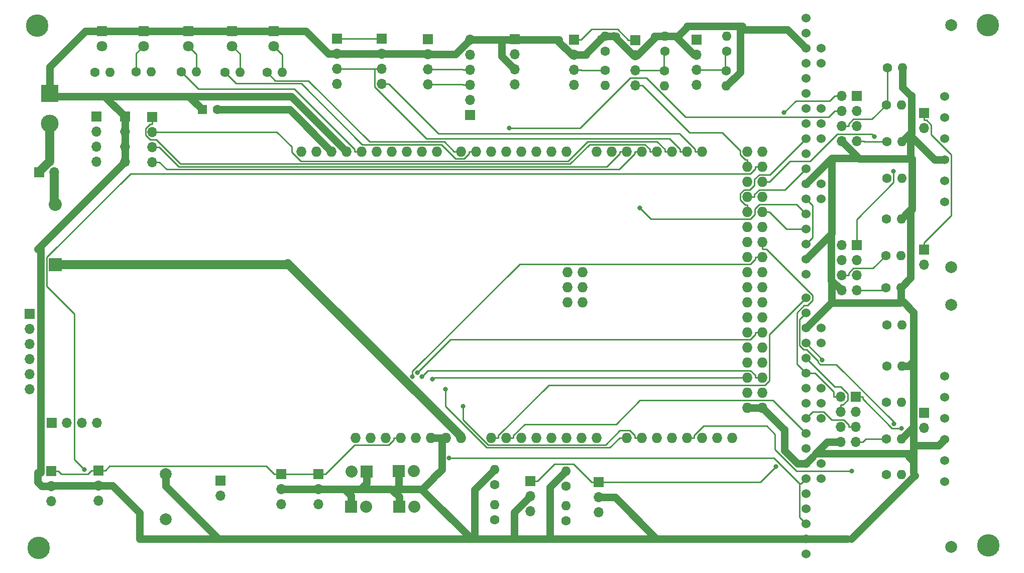
<source format=gbr>
%TF.GenerationSoftware,KiCad,Pcbnew,(5.1.9)-1*%
%TF.CreationDate,2021-04-08T21:07:20+02:00*%
%TF.ProjectId,Ardumower,41726475-6d6f-4776-9572-2e6b69636164,rev?*%
%TF.SameCoordinates,Original*%
%TF.FileFunction,Copper,L1,Top*%
%TF.FilePolarity,Positive*%
%FSLAX46Y46*%
G04 Gerber Fmt 4.6, Leading zero omitted, Abs format (unit mm)*
G04 Created by KiCad (PCBNEW (5.1.9)-1) date 2021-04-08 21:07:20*
%MOMM*%
%LPD*%
G01*
G04 APERTURE LIST*
%TA.AperFunction,ComponentPad*%
%ADD10O,1.700000X1.700000*%
%TD*%
%TA.AperFunction,ComponentPad*%
%ADD11R,1.700000X1.700000*%
%TD*%
%TA.AperFunction,ComponentPad*%
%ADD12C,3.790000*%
%TD*%
%TA.AperFunction,ComponentPad*%
%ADD13C,2.000000*%
%TD*%
%TA.AperFunction,ComponentPad*%
%ADD14C,1.524000*%
%TD*%
%TA.AperFunction,ComponentPad*%
%ADD15O,1.600000X1.600000*%
%TD*%
%TA.AperFunction,ComponentPad*%
%ADD16C,1.600000*%
%TD*%
%TA.AperFunction,ComponentPad*%
%ADD17O,2.032000X2.032000*%
%TD*%
%TA.AperFunction,ComponentPad*%
%ADD18R,2.032000X2.032000*%
%TD*%
%TA.AperFunction,ComponentPad*%
%ADD19C,1.800000*%
%TD*%
%TA.AperFunction,ComponentPad*%
%ADD20R,1.800000X1.800000*%
%TD*%
%TA.AperFunction,ComponentPad*%
%ADD21O,1.727200X1.727200*%
%TD*%
%TA.AperFunction,ComponentPad*%
%ADD22C,3.000000*%
%TD*%
%TA.AperFunction,ComponentPad*%
%ADD23R,3.000000X3.000000*%
%TD*%
%TA.AperFunction,ComponentPad*%
%ADD24O,2.200000X2.200000*%
%TD*%
%TA.AperFunction,ComponentPad*%
%ADD25R,2.200000X2.200000*%
%TD*%
%TA.AperFunction,ComponentPad*%
%ADD26R,1.600000X1.600000*%
%TD*%
%TA.AperFunction,ViaPad*%
%ADD27C,0.800000*%
%TD*%
%TA.AperFunction,Conductor*%
%ADD28C,0.250000*%
%TD*%
%TA.AperFunction,Conductor*%
%ADD29C,1.250000*%
%TD*%
%TA.AperFunction,Conductor*%
%ADD30C,1.500000*%
%TD*%
G04 APERTURE END LIST*
D10*
%TO.P,J19,3*%
%TO.N,Net-(J19-Pad3)*%
X139010000Y-121270000D03*
%TO.P,J19,2*%
%TO.N,GND*%
X139010000Y-118730000D03*
D11*
%TO.P,J19,1*%
%TO.N,+5V*%
X139010000Y-116190000D03*
%TD*%
D12*
%TO.P,REF\u002A\u002A,1*%
%TO.N,N/C*%
X44350000Y-39200000D03*
%TD*%
%TO.P,REF2,2*%
%TO.N,N/C*%
X44590000Y-127280000D03*
%TD*%
%TO.P,REF3,3*%
%TO.N,N/C*%
X204760000Y-126830000D03*
%TD*%
%TO.P,REF4,4*%
%TO.N,N/C*%
X204600000Y-39120000D03*
%TD*%
D13*
%TO.P,U2,~*%
%TO.N,N/C*%
X198431500Y-86296500D03*
X198431500Y-127063500D03*
D14*
%TO.P,U2,31*%
X176524000Y-90170000D03*
%TO.P,U2,30*%
X176524000Y-92710000D03*
%TO.P,U2,29*%
X176524000Y-100330000D03*
%TO.P,U2,28*%
X176524000Y-102870000D03*
%TO.P,U2,27*%
X176524000Y-105410000D03*
%TO.P,U2,26*%
X176524000Y-113030000D03*
%TO.P,U2,25*%
X176524000Y-115570000D03*
%TO.P,U2,24*%
%TO.N,Net-(U2-Pad24)*%
X197352000Y-98298000D03*
%TO.P,U2,23*%
%TO.N,Net-(U2-Pad23)*%
X197352000Y-101854000D03*
%TO.P,U2,22*%
%TO.N,+24V*%
X197352000Y-105410000D03*
%TO.P,U2,21*%
%TO.N,GND*%
X197352000Y-108966000D03*
%TO.P,U2,20*%
%TO.N,Net-(U2-Pad20)*%
X197352000Y-112522000D03*
%TO.P,U2,19*%
%TO.N,Net-(U2-Pad19)*%
X197352000Y-116078000D03*
%TO.P,U2,18*%
%TO.N,pinMotorRightSense*%
X173984000Y-85090000D03*
%TO.P,U2,17*%
%TO.N,pinMotorRightFault*%
X173984000Y-87630000D03*
%TO.P,U2,16*%
%TO.N,GND*%
X173984000Y-90170000D03*
%TO.P,U2,15*%
%TO.N,IOREV*%
X173984000Y-92710000D03*
%TO.P,U2,14*%
%TO.N,pinMotorRightPWM*%
X173984000Y-95250000D03*
%TO.P,U2,13*%
%TO.N,pinMotorRightDir*%
X173984000Y-97790000D03*
%TO.P,U2,12*%
%TO.N,Net-(U2-Pad12)*%
X173984000Y-100330000D03*
%TO.P,U2,11*%
%TO.N,Net-(U2-Pad11)*%
X173984000Y-102870000D03*
%TO.P,U2,10*%
%TO.N,pinMotorEnable*%
X173984000Y-105410000D03*
%TO.P,U2,9*%
%TO.N,pinMotorLeftSense*%
X173984000Y-107950000D03*
%TO.P,U2,8*%
%TO.N,pinMotorLeftFault*%
X173984000Y-110490000D03*
%TO.P,U2,7*%
%TO.N,GND*%
X173984000Y-113030000D03*
%TO.P,U2,6*%
%TO.N,IOREV*%
X173984000Y-115570000D03*
%TO.P,U2,5*%
%TO.N,pinMotorLeftPWM*%
X173984000Y-118110000D03*
%TO.P,U2,4*%
%TO.N,pinMotorLeftDir*%
X173984000Y-120650000D03*
%TO.P,U2,3*%
%TO.N,IOREV*%
X173984000Y-123190000D03*
%TO.P,U2,2*%
%TO.N,GND*%
X173984000Y-125730000D03*
%TO.P,U2,1*%
%TO.N,Net-(U2-Pad1)*%
X173984000Y-128270000D03*
%TD*%
D13*
%TO.P,U1,~*%
%TO.N,N/C*%
X198431500Y-39116500D03*
X198431500Y-79883500D03*
D14*
%TO.P,U1,31*%
X176524000Y-42990000D03*
%TO.P,U1,30*%
X176524000Y-45530000D03*
%TO.P,U1,29*%
X176524000Y-53150000D03*
%TO.P,U1,28*%
X176524000Y-55690000D03*
%TO.P,U1,27*%
X176524000Y-58230000D03*
%TO.P,U1,26*%
X176524000Y-65850000D03*
%TO.P,U1,25*%
X176524000Y-68390000D03*
%TO.P,U1,24*%
%TO.N,Net-(U1-Pad24)*%
X197352000Y-51118000D03*
%TO.P,U1,23*%
%TO.N,Net-(U1-Pad23)*%
X197352000Y-54674000D03*
%TO.P,U1,22*%
%TO.N,+24V*%
X197352000Y-58230000D03*
%TO.P,U1,21*%
%TO.N,GND*%
X197352000Y-61786000D03*
%TO.P,U1,20*%
%TO.N,Net-(U1-Pad20)*%
X197352000Y-65342000D03*
%TO.P,U1,19*%
%TO.N,Net-(U1-Pad19)*%
X197352000Y-68898000D03*
%TO.P,U1,18*%
%TO.N,pinMotorMowSense*%
X173984000Y-37910000D03*
%TO.P,U1,17*%
%TO.N,pinMotorMowFault*%
X173984000Y-40450000D03*
%TO.P,U1,16*%
%TO.N,GND*%
X173984000Y-42990000D03*
%TO.P,U1,15*%
%TO.N,IOREV*%
X173984000Y-45530000D03*
%TO.P,U1,14*%
%TO.N,pinMotorMowPWM*%
X173984000Y-48070000D03*
%TO.P,U1,13*%
%TO.N,pinMotorMowDir*%
X173984000Y-50610000D03*
%TO.P,U1,12*%
%TO.N,Net-(U1-Pad12)*%
X173984000Y-53150000D03*
%TO.P,U1,11*%
%TO.N,Net-(U1-Pad11)*%
X173984000Y-55690000D03*
%TO.P,U1,10*%
%TO.N,pinMotorMowEnable*%
X173984000Y-58230000D03*
%TO.P,U1,9*%
%TO.N,IOREV*%
X173984000Y-60770000D03*
%TO.P,U1,8*%
%TO.N,pinMotorMowFault*%
X173984000Y-63310000D03*
%TO.P,U1,7*%
%TO.N,GND*%
X173984000Y-65850000D03*
%TO.P,U1,6*%
%TO.N,IOREV*%
X173984000Y-68390000D03*
%TO.P,U1,5*%
%TO.N,pinMotorMowPWM*%
X173984000Y-70930000D03*
%TO.P,U1,4*%
%TO.N,pinMotorMowDir*%
X173984000Y-73470000D03*
%TO.P,U1,3*%
%TO.N,IOREV*%
X173984000Y-76010000D03*
%TO.P,U1,2*%
%TO.N,GND*%
X173984000Y-78550000D03*
%TO.P,U1,1*%
%TO.N,Net-(U1-Pad1)*%
X173984000Y-81090000D03*
%TD*%
D15*
%TO.P,R28,2*%
%TO.N,pinMotorRightFault*%
X190080000Y-114910000D03*
D16*
%TO.P,R28,1*%
%TO.N,Net-(J28-Pad7)*%
X187540000Y-114910000D03*
%TD*%
D15*
%TO.P,R27,2*%
%TO.N,GND*%
X190080000Y-108880000D03*
D16*
%TO.P,R27,1*%
%TO.N,Net-(J28-Pad7)*%
X187540000Y-108880000D03*
%TD*%
D15*
%TO.P,R26,2*%
%TO.N,pinOdometryRight*%
X190080000Y-102690000D03*
D16*
%TO.P,R26,1*%
%TO.N,Net-(J28-Pad6)*%
X187540000Y-102690000D03*
%TD*%
D15*
%TO.P,R25,2*%
%TO.N,GND*%
X190150000Y-96580000D03*
D16*
%TO.P,R25,1*%
%TO.N,Net-(J28-Pad6)*%
X187610000Y-96580000D03*
%TD*%
D15*
%TO.P,R24,2*%
%TO.N,pinMotorMowFault*%
X190140000Y-89680000D03*
D16*
%TO.P,R24,1*%
%TO.N,Net-(J27-Pad7)*%
X187600000Y-89680000D03*
%TD*%
D15*
%TO.P,R23,2*%
%TO.N,GND*%
X189950000Y-83370000D03*
D16*
%TO.P,R23,1*%
%TO.N,Net-(J27-Pad7)*%
X187410000Y-83370000D03*
%TD*%
D15*
%TO.P,R22,2*%
%TO.N,pinMotorMowRpm*%
X189950000Y-77970000D03*
D16*
%TO.P,R22,1*%
%TO.N,Net-(J27-Pad6)*%
X187410000Y-77970000D03*
%TD*%
D15*
%TO.P,R21,2*%
%TO.N,GND*%
X190040000Y-71750000D03*
D16*
%TO.P,R21,1*%
%TO.N,Net-(J27-Pad6)*%
X187500000Y-71750000D03*
%TD*%
D15*
%TO.P,R20,2*%
%TO.N,pinMotorLeftFault*%
X190140000Y-64970000D03*
D16*
%TO.P,R20,1*%
%TO.N,Net-(J26-Pad7)*%
X187600000Y-64970000D03*
%TD*%
D15*
%TO.P,R19,2*%
%TO.N,GND*%
X190140000Y-58750000D03*
D16*
%TO.P,R19,1*%
%TO.N,Net-(J26-Pad7)*%
X187600000Y-58750000D03*
%TD*%
D15*
%TO.P,R18,2*%
%TO.N,pinOdometryLeft*%
X190050000Y-52530000D03*
D16*
%TO.P,R18,1*%
%TO.N,Net-(J26-Pad6)*%
X187510000Y-52530000D03*
%TD*%
D15*
%TO.P,R17,2*%
%TO.N,GND*%
X190230000Y-46310000D03*
D16*
%TO.P,R17,1*%
%TO.N,Net-(J26-Pad6)*%
X187690000Y-46310000D03*
%TD*%
D10*
%TO.P,JP6,2*%
%TO.N,Net-(J28-Pad1)*%
X193910000Y-107010000D03*
D11*
%TO.P,JP6,1*%
%TO.N,+5V*%
X193910000Y-104470000D03*
%TD*%
D10*
%TO.P,JP5,2*%
%TO.N,Net-(J27-Pad1)*%
X193910000Y-79470000D03*
D11*
%TO.P,JP5,1*%
%TO.N,+5V*%
X193910000Y-76930000D03*
%TD*%
D10*
%TO.P,JP4,2*%
%TO.N,Net-(J26-Pad1)*%
X193910000Y-56480000D03*
D11*
%TO.P,JP4,1*%
%TO.N,+5V*%
X193910000Y-53940000D03*
%TD*%
D10*
%TO.P,J28,8*%
%TO.N,GND*%
X179810000Y-109390000D03*
%TO.P,J28,7*%
%TO.N,Net-(J28-Pad7)*%
X182350000Y-109390000D03*
%TO.P,J28,6*%
%TO.N,Net-(J28-Pad6)*%
X179810000Y-106850000D03*
%TO.P,J28,5*%
%TO.N,pinMotorEnable*%
X182350000Y-106850000D03*
%TO.P,J28,4*%
%TO.N,pinMotorRightPWM*%
X179810000Y-104310000D03*
%TO.P,J28,3*%
%TO.N,MotorBreak*%
X182350000Y-104310000D03*
%TO.P,J28,2*%
%TO.N,pinMotorRightDir*%
X179810000Y-101770000D03*
D11*
%TO.P,J28,1*%
%TO.N,Net-(J28-Pad1)*%
X182350000Y-101770000D03*
%TD*%
D10*
%TO.P,J27,8*%
%TO.N,GND*%
X179970000Y-83840000D03*
%TO.P,J27,7*%
%TO.N,Net-(J27-Pad7)*%
X182510000Y-83840000D03*
%TO.P,J27,6*%
%TO.N,Net-(J27-Pad6)*%
X179970000Y-81300000D03*
%TO.P,J27,5*%
%TO.N,pinMotorMowEnable*%
X182510000Y-81300000D03*
%TO.P,J27,4*%
%TO.N,pinMotorMowPWM*%
X179970000Y-78760000D03*
%TO.P,J27,3*%
%TO.N,MotorMowBreak*%
X182510000Y-78760000D03*
%TO.P,J27,2*%
%TO.N,pinMotorMowDir*%
X179970000Y-76220000D03*
D11*
%TO.P,J27,1*%
%TO.N,Net-(J27-Pad1)*%
X182510000Y-76220000D03*
%TD*%
D10*
%TO.P,J26,8*%
%TO.N,GND*%
X179970000Y-58660000D03*
%TO.P,J26,7*%
%TO.N,Net-(J26-Pad7)*%
X182510000Y-58660000D03*
%TO.P,J26,6*%
%TO.N,Net-(J26-Pad6)*%
X179970000Y-56120000D03*
%TO.P,J26,5*%
%TO.N,pinMotorEnable*%
X182510000Y-56120000D03*
%TO.P,J26,4*%
%TO.N,pinMotorLeftPWM*%
X179970000Y-53580000D03*
%TO.P,J26,3*%
%TO.N,MotorBreak*%
X182510000Y-53580000D03*
%TO.P,J26,2*%
%TO.N,pinMotorLeftDir*%
X179970000Y-51040000D03*
D11*
%TO.P,J26,1*%
%TO.N,Net-(J26-Pad1)*%
X182510000Y-51040000D03*
%TD*%
D17*
%TO.P,J16,2*%
%TO.N,pinUserSwitch1*%
X99830000Y-120340000D03*
D18*
%TO.P,J16,1*%
%TO.N,GND*%
X97290000Y-120340000D03*
%TD*%
D19*
%TO.P,D4,2*%
%TO.N,Net-(D4-Pad2)*%
X69840000Y-42670000D03*
D20*
%TO.P,D4,1*%
%TO.N,GND*%
X69840000Y-40130000D03*
%TD*%
D19*
%TO.P,D2,2*%
%TO.N,Net-(D2-Pad2)*%
X55280000Y-42670000D03*
D20*
%TO.P,D2,1*%
%TO.N,GND*%
X55280000Y-40130000D03*
%TD*%
D17*
%TO.P,J18,2*%
%TO.N,pinUserSwitch3*%
X107910000Y-120310000D03*
D18*
%TO.P,J18,1*%
%TO.N,GND*%
X105370000Y-120310000D03*
%TD*%
D17*
%TO.P,J17,2*%
%TO.N,pinUserSwitch2*%
X107880000Y-114290000D03*
D18*
%TO.P,J17,1*%
%TO.N,GND*%
X105340000Y-114290000D03*
%TD*%
D10*
%TO.P,JP2,2*%
%TO.N,Net-(JP2-Pad2)*%
X75230000Y-118450000D03*
D11*
%TO.P,JP2,1*%
%TO.N,pinBuzzer*%
X75230000Y-115910000D03*
%TD*%
D10*
%TO.P,JP1,2*%
%TO.N,Net-(D1-Pad2)*%
X47250000Y-63950000D03*
D11*
%TO.P,JP1,1*%
%TO.N,Net-(J1-Pad2)*%
X44710000Y-63950000D03*
%TD*%
D10*
%TO.P,J22,4*%
%TO.N,+3V3*%
X54360000Y-62150000D03*
%TO.P,J22,3*%
X54360000Y-59610000D03*
%TO.P,J22,2*%
X54360000Y-57070000D03*
D11*
%TO.P,J22,1*%
X54360000Y-54530000D03*
%TD*%
D10*
%TO.P,J21,6*%
%TO.N,pinVoltageMeasurement*%
X43060000Y-100500000D03*
%TO.P,J21,5*%
%TO.N,pinChargeRelay*%
X43060000Y-97960000D03*
%TO.P,J21,4*%
%TO.N,pinChargeCurrent*%
X43060000Y-95420000D03*
%TO.P,J21,3*%
%TO.N,pinChargeVoltage*%
X43060000Y-92880000D03*
%TO.P,J21,2*%
%TO.N,pinBatterySwitch*%
X43060000Y-90340000D03*
D11*
%TO.P,J21,1*%
%TO.N,pinBatteryVoltage*%
X43060000Y-87800000D03*
%TD*%
D10*
%TO.P,J20,4*%
%TO.N,pinRemoteSwitch*%
X54450000Y-106170000D03*
%TO.P,J20,3*%
%TO.N,pinRemoteMow*%
X51910000Y-106170000D03*
%TO.P,J20,2*%
%TO.N,pinRemoteSteer*%
X49370000Y-106170000D03*
D11*
%TO.P,J20,1*%
%TO.N,pinRemoteSpeed*%
X46830000Y-106170000D03*
%TD*%
D17*
%TO.P,J15,2*%
%TO.N,pinButton*%
X97360000Y-114360000D03*
D18*
%TO.P,J15,1*%
%TO.N,GND*%
X99900000Y-114360000D03*
%TD*%
D10*
%TO.P,J14,6*%
%TO.N,GND*%
X117350000Y-41530000D03*
%TO.P,J14,5*%
%TO.N,+3V3*%
X117350000Y-44070000D03*
%TO.P,J14,4*%
%TO.N,SDA1*%
X117350000Y-46610000D03*
%TO.P,J14,3*%
%TO.N,SCL1*%
X117350000Y-49150000D03*
%TO.P,J14,2*%
%TO.N,Net-(J14-Pad2)*%
X117350000Y-51690000D03*
D11*
%TO.P,J14,1*%
%TO.N,Net-(J14-Pad1)*%
X117350000Y-54230000D03*
%TD*%
D10*
%TO.P,J12,4*%
%TO.N,pinSonarLeftEcho*%
X134910000Y-49180000D03*
%TO.P,J12,3*%
%TO.N,Net-(J12-Pad3)*%
X134910000Y-46640000D03*
%TO.P,J12,2*%
%TO.N,GND*%
X134910000Y-44100000D03*
D11*
%TO.P,J12,1*%
%TO.N,+5V*%
X134910000Y-41560000D03*
%TD*%
D10*
%TO.P,J11,4*%
%TO.N,pinSonarCenterEcho*%
X145220000Y-49230000D03*
%TO.P,J11,3*%
%TO.N,Net-(J11-Pad3)*%
X145220000Y-46690000D03*
%TO.P,J11,2*%
%TO.N,GND*%
X145220000Y-44150000D03*
D11*
%TO.P,J11,1*%
%TO.N,+5V*%
X145220000Y-41610000D03*
%TD*%
D10*
%TO.P,J10,4*%
%TO.N,pinSonarRightEcho*%
X155550000Y-49180000D03*
%TO.P,J10,3*%
%TO.N,Net-(J10-Pad3)*%
X155550000Y-46640000D03*
%TO.P,J10,2*%
%TO.N,GND*%
X155550000Y-44100000D03*
D11*
%TO.P,J10,1*%
%TO.N,+5V*%
X155550000Y-41560000D03*
%TD*%
D10*
%TO.P,J5,4*%
%TO.N,pinBumperLeft*%
X124840000Y-49130000D03*
%TO.P,J5,3*%
%TO.N,GND*%
X124840000Y-46590000D03*
%TO.P,J5,2*%
%TO.N,pinBumperRight*%
X124840000Y-44050000D03*
D11*
%TO.P,J5,1*%
%TO.N,GND*%
X124840000Y-41510000D03*
%TD*%
D10*
%TO.P,J4,4*%
%TO.N,SCL1*%
X110270000Y-49110000D03*
%TO.P,J4,3*%
%TO.N,SDA1*%
X110270000Y-46570000D03*
%TO.P,J4,2*%
%TO.N,GND*%
X110270000Y-44030000D03*
D11*
%TO.P,J4,1*%
%TO.N,+3V3*%
X110270000Y-41490000D03*
%TD*%
D10*
%TO.P,J3,4*%
%TO.N,SCL0*%
X102460000Y-49020000D03*
%TO.P,J3,3*%
%TO.N,SDA0*%
X102460000Y-46480000D03*
%TO.P,J3,2*%
%TO.N,GND*%
X102460000Y-43940000D03*
D11*
%TO.P,J3,1*%
%TO.N,+3V3*%
X102460000Y-41400000D03*
%TD*%
D10*
%TO.P,J2,4*%
%TO.N,SCL0*%
X94930000Y-49030000D03*
%TO.P,J2,3*%
%TO.N,SDA0*%
X94930000Y-46490000D03*
%TO.P,J2,2*%
%TO.N,GND*%
X94930000Y-43950000D03*
D11*
%TO.P,J2,1*%
%TO.N,+3V3*%
X94930000Y-41410000D03*
%TD*%
D10*
%TO.P,J23,4*%
%TO.N,GND*%
X59160000Y-62160000D03*
%TO.P,J23,3*%
X59160000Y-59620000D03*
%TO.P,J23,2*%
X59160000Y-57080000D03*
D11*
%TO.P,J23,1*%
X59160000Y-54540000D03*
%TD*%
D21*
%TO.P,XA1,MISO*%
%TO.N,Net-(XA1-PadMISO)*%
X133737000Y-80730000D03*
%TO.P,XA1,GND6*%
%TO.N,GND*%
X166630000Y-103590000D03*
%TO.P,XA1,GND5*%
X164090000Y-103590000D03*
%TO.P,XA1,D53*%
%TO.N,pinBuzzer*%
X166630000Y-101050000D03*
%TO.P,XA1,D52*%
%TO.N,pinRemoteSwitch*%
X164090000Y-101050000D03*
%TO.P,XA1,D51*%
%TO.N,pinButton*%
X166630000Y-98510000D03*
%TO.P,XA1,D50*%
%TO.N,pinChargeRelay*%
X164090000Y-98510000D03*
%TO.P,XA1,D49*%
%TO.N,Net-(XA1-PadD49)*%
X166630000Y-95970000D03*
%TO.P,XA1,D48*%
%TO.N,pinUserSwitch3*%
X164090000Y-95970000D03*
%TO.P,XA1,D47*%
%TO.N,pinUserSwitch2*%
X166630000Y-93430000D03*
%TO.P,XA1,D46*%
%TO.N,pinUserSwitch1*%
X164090000Y-93430000D03*
%TO.P,XA1,D45*%
%TO.N,pinDropLeft*%
X166630000Y-90890000D03*
%TO.P,XA1,D44*%
%TO.N,pinRain*%
X164090000Y-90890000D03*
%TO.P,XA1,D43*%
%TO.N,pinLawnBackSend*%
X166630000Y-88350000D03*
%TO.P,XA1,D42*%
%TO.N,pinLawnBackRecv*%
X164090000Y-88350000D03*
%TO.P,XA1,D41*%
%TO.N,pinLawnFrontSend*%
X166630000Y-85810000D03*
%TO.P,XA1,D40*%
%TO.N,pinLawnFrontRecv*%
X164090000Y-85810000D03*
%TO.P,XA1,D39*%
%TO.N,pinBumperLeft*%
X166630000Y-83270000D03*
%TO.P,XA1,D38*%
%TO.N,pinBumperRight*%
X164090000Y-83270000D03*
%TO.P,XA1,D37*%
%TO.N,pinMotorEnable*%
X166630000Y-80730000D03*
%TO.P,XA1,D36*%
%TO.N,pinSonarLeftEcho*%
X164090000Y-80730000D03*
%TO.P,XA1,D35*%
%TO.N,pinTilt*%
X166630000Y-78190000D03*
%TO.P,XA1,D34*%
%TO.N,pinSonarLeftTrigger*%
X164090000Y-78190000D03*
%TO.P,XA1,D33*%
%TO.N,pinMotorRightDir*%
X166630000Y-75650000D03*
%TO.P,XA1,D32*%
%TO.N,pinSonarRightEcho*%
X164090000Y-75650000D03*
%TO.P,XA1,D31*%
%TO.N,pinMotorLeftDir*%
X166630000Y-73110000D03*
%TO.P,XA1,D30*%
%TO.N,pinSonarRightTrigger*%
X164090000Y-73110000D03*
%TO.P,XA1,D29*%
%TO.N,pinMotorMowDir*%
X166630000Y-70570000D03*
%TO.P,XA1,D28*%
%TO.N,pinMotorMowEnable*%
X164090000Y-70570000D03*
%TO.P,XA1,D27*%
%TO.N,pinMotorRightFault*%
X166630000Y-68030000D03*
%TO.P,XA1,D26*%
%TO.N,pinMotorMowFault*%
X164090000Y-68030000D03*
%TO.P,XA1,D25*%
%TO.N,pinMotorLeftFault*%
X166630000Y-65490000D03*
%TO.P,XA1,D24*%
%TO.N,pinSonarCenterTrigger*%
X164090000Y-65490000D03*
%TO.P,XA1,D23*%
%TO.N,pinDropRight*%
X166630000Y-62950000D03*
%TO.P,XA1,D22*%
%TO.N,pinSonarCenterEcho*%
X164090000Y-62950000D03*
%TO.P,XA1,5V4*%
%TO.N,Net-(XA1-Pad5V4)*%
X166630000Y-60410000D03*
%TO.P,XA1,5V3*%
%TO.N,Net-(XA1-Pad5V3)*%
X164090000Y-60410000D03*
%TO.P,XA1,CANT*%
%TO.N,pinOdometryRight2*%
X161550000Y-108670000D03*
%TO.P,XA1,CANR*%
%TO.N,pinOdometryRight*%
X159010000Y-108670000D03*
%TO.P,XA1,DAC1*%
%TO.N,pinOdometryLeft2*%
X156470000Y-108670000D03*
%TO.P,XA1,DAC0*%
%TO.N,pinOdometryLeft*%
X153930000Y-108670000D03*
%TO.P,XA1,A11*%
%TO.N,pinMotorMowRpm*%
X151390000Y-108670000D03*
%TO.P,XA1,A10*%
%TO.N,Net-(XA1-PadA10)*%
X148850000Y-108670000D03*
%TO.P,XA1,A9*%
%TO.N,pinChargeVoltage*%
X146310000Y-108670000D03*
%TO.P,XA1,A8*%
%TO.N,pinChargeCurrent*%
X143770000Y-108670000D03*
%TO.P,XA1,A7*%
%TO.N,pinVoltageMeasurement*%
X138690000Y-108670000D03*
%TO.P,XA1,A6*%
%TO.N,pinPerimeterCenter*%
X136150000Y-108670000D03*
%TO.P,XA1,A5*%
%TO.N,pinPerimeterLeft*%
X133610000Y-108670000D03*
%TO.P,XA1,A4*%
%TO.N,pinPerimeterRight*%
X131070000Y-108670000D03*
%TO.P,XA1,A3*%
%TO.N,pinMotorMowSense*%
X128530000Y-108670000D03*
%TO.P,XA1,A2*%
%TO.N,pinBatteryVoltage*%
X125990000Y-108670000D03*
%TO.P,XA1,A1*%
%TO.N,pinMotorLeftSense*%
X123450000Y-108670000D03*
%TO.P,XA1,*%
%TO.N,*%
X98050000Y-108670000D03*
%TO.P,XA1,D11*%
%TO.N,pinRemoteSteer*%
X104146000Y-60410000D03*
%TO.P,XA1,D12*%
%TO.N,pinRemoteMow*%
X101606000Y-60410000D03*
%TO.P,XA1,D13*%
%TO.N,pinLED*%
X99066000Y-60410000D03*
%TO.P,XA1,AREF*%
%TO.N,Net-(C1-Pad2)*%
X93986000Y-60410000D03*
%TO.P,XA1,SDA1*%
%TO.N,SDA1*%
X91446000Y-60410000D03*
%TO.P,XA1,SCL1*%
%TO.N,SCL1*%
X88906000Y-60410000D03*
%TO.P,XA1,D10*%
%TO.N,pinRemoteSpeed*%
X106686000Y-60410000D03*
%TO.P,XA1,D9*%
%TO.N,Net-(XA1-PadD9)*%
X109226000Y-60410000D03*
%TO.P,XA1,D8*%
%TO.N,Net-(XA1-PadD8)*%
X111766000Y-60410000D03*
%TO.P,XA1,GND1*%
%TO.N,GND*%
X96526000Y-60410000D03*
%TO.P,XA1,D7*%
%TO.N,pinRedLED*%
X115830000Y-60410000D03*
%TO.P,XA1,D6*%
%TO.N,pinGreenLED*%
X118370000Y-60410000D03*
%TO.P,XA1,D5*%
%TO.N,pinMotorLeftPWM*%
X120910000Y-60410000D03*
%TO.P,XA1,D4*%
%TO.N,pinBatterySwitch*%
X123450000Y-60410000D03*
%TO.P,XA1,D3*%
%TO.N,pinMotorRightPWM*%
X125990000Y-60410000D03*
%TO.P,XA1,D2*%
%TO.N,pinMotorMowPWM*%
X128530000Y-60410000D03*
%TO.P,XA1,D1*%
%TO.N,TX0*%
X131070000Y-60410000D03*
%TO.P,XA1,D0*%
%TO.N,RX0*%
X133610000Y-60410000D03*
%TO.P,XA1,D14*%
%TO.N,GPS_RX*%
X138690000Y-60410000D03*
%TO.P,XA1,D15*%
%TO.N,GPS_TX*%
X141230000Y-60410000D03*
%TO.P,XA1,D16*%
%TO.N,TX2*%
X143770000Y-60410000D03*
%TO.P,XA1,D17*%
%TO.N,RX2*%
X146310000Y-60410000D03*
%TO.P,XA1,D18*%
%TO.N,TX1*%
X148850000Y-60410000D03*
%TO.P,XA1,D19*%
%TO.N,RX1*%
X151390000Y-60410000D03*
%TO.P,XA1,D20*%
%TO.N,SDA0*%
X153930000Y-60410000D03*
%TO.P,XA1,D21*%
%TO.N,SCL0*%
X156470000Y-60410000D03*
%TO.P,XA1,IORF*%
%TO.N,IOREV*%
X100590000Y-108670000D03*
%TO.P,XA1,RST1*%
%TO.N,Reset*%
X103130000Y-108670000D03*
%TO.P,XA1,3V3*%
%TO.N,+3V3*%
X105670000Y-108670000D03*
%TO.P,XA1,5V1*%
%TO.N,+5V*%
X108210000Y-108670000D03*
%TO.P,XA1,GND2*%
%TO.N,GND*%
X110750000Y-108670000D03*
%TO.P,XA1,GND3*%
X113290000Y-108670000D03*
%TO.P,XA1,VIN*%
%TO.N,+9V*%
X115830000Y-108670000D03*
%TO.P,XA1,A0*%
%TO.N,pinMotorRightSense*%
X120910000Y-108670000D03*
%TO.P,XA1,5V2*%
%TO.N,Net-(XA1-Pad5V2)*%
X136277000Y-80730000D03*
%TO.P,XA1,SCK*%
%TO.N,Net-(XA1-PadSCK)*%
X133737000Y-83270000D03*
%TO.P,XA1,MOSI*%
%TO.N,Net-(XA1-PadMOSI)*%
X136277000Y-83270000D03*
%TO.P,XA1,GND4*%
%TO.N,Net-(XA1-PadGND4)*%
X136277000Y-85810000D03*
%TO.P,XA1,RST2*%
%TO.N,Net-(XA1-PadRST2)*%
X133737000Y-85810000D03*
%TD*%
D13*
%TO.P,SP1,1*%
%TO.N,GND*%
X66040000Y-114800160D03*
%TO.P,SP1,2*%
%TO.N,Net-(JP2-Pad2)*%
X66040000Y-122399840D03*
%TD*%
D15*
%TO.P,R15,2*%
%TO.N,Net-(D6-Pad2)*%
X85670000Y-47080000D03*
D16*
%TO.P,R15,1*%
%TO.N,pinRedLED*%
X83130000Y-47080000D03*
%TD*%
D15*
%TO.P,R14,2*%
%TO.N,Net-(D5-Pad2)*%
X78570000Y-47040000D03*
D16*
%TO.P,R14,1*%
%TO.N,pinGreenLED*%
X76030000Y-47040000D03*
%TD*%
D15*
%TO.P,R13,2*%
%TO.N,Net-(D4-Pad2)*%
X71170000Y-46950000D03*
D16*
%TO.P,R13,1*%
%TO.N,pinLED*%
X68630000Y-46950000D03*
%TD*%
D15*
%TO.P,R12,2*%
%TO.N,+5V*%
X63620000Y-46990000D03*
D16*
%TO.P,R12,1*%
%TO.N,Net-(D3-Pad2)*%
X61080000Y-46990000D03*
%TD*%
D15*
%TO.P,R11,2*%
%TO.N,+3V3*%
X56660000Y-47040000D03*
D16*
%TO.P,R11,1*%
%TO.N,Net-(D2-Pad2)*%
X54120000Y-47040000D03*
%TD*%
D15*
%TO.P,R10,2*%
%TO.N,GND*%
X121490000Y-114020000D03*
D16*
%TO.P,R10,1*%
%TO.N,Net-(J19-Pad3)*%
X121490000Y-116560000D03*
%TD*%
D15*
%TO.P,R9,2*%
%TO.N,pinPerimeterLeft*%
X121520000Y-120000000D03*
D16*
%TO.P,R9,1*%
%TO.N,Net-(J19-Pad3)*%
X121520000Y-122540000D03*
%TD*%
D15*
%TO.P,R8,2*%
%TO.N,GND*%
X133530000Y-114260000D03*
D16*
%TO.P,R8,1*%
%TO.N,Net-(J13-Pad3)*%
X133530000Y-116800000D03*
%TD*%
D15*
%TO.P,R7,2*%
%TO.N,pinPerimeterRight*%
X133530000Y-120100000D03*
D16*
%TO.P,R7,1*%
%TO.N,Net-(J13-Pad3)*%
X133530000Y-122640000D03*
%TD*%
D15*
%TO.P,R6,2*%
%TO.N,GND*%
X160530000Y-49370000D03*
D16*
%TO.P,R6,1*%
%TO.N,Net-(J10-Pad3)*%
X160530000Y-46830000D03*
%TD*%
D15*
%TO.P,R5,2*%
%TO.N,GND*%
X140080000Y-40930000D03*
D16*
%TO.P,R5,1*%
%TO.N,Net-(J12-Pad3)*%
X140080000Y-43470000D03*
%TD*%
D15*
%TO.P,R4,2*%
%TO.N,GND*%
X150160000Y-40970000D03*
D16*
%TO.P,R4,1*%
%TO.N,Net-(J11-Pad3)*%
X150160000Y-43510000D03*
%TD*%
D15*
%TO.P,R3,2*%
%TO.N,pinSonarRightTrigger*%
X160570000Y-40950000D03*
D16*
%TO.P,R3,1*%
%TO.N,Net-(J10-Pad3)*%
X160570000Y-43490000D03*
%TD*%
D15*
%TO.P,R2,2*%
%TO.N,pinSonarLeftTrigger*%
X140090000Y-49270000D03*
D16*
%TO.P,R2,1*%
%TO.N,Net-(J12-Pad3)*%
X140090000Y-46730000D03*
%TD*%
D15*
%TO.P,R1,2*%
%TO.N,pinSonarCenterTrigger*%
X150150000Y-49320000D03*
D16*
%TO.P,R1,1*%
%TO.N,Net-(J11-Pad3)*%
X150150000Y-46780000D03*
%TD*%
D10*
%TO.P,J24,4*%
%TO.N,RX2*%
X63790000Y-62200000D03*
%TO.P,J24,3*%
%TO.N,TX2*%
X63790000Y-59660000D03*
%TO.P,J24,2*%
%TO.N,RX1*%
X63790000Y-57120000D03*
D11*
%TO.P,J24,1*%
%TO.N,TX1*%
X63790000Y-54580000D03*
%TD*%
D10*
%TO.P,J13,3*%
%TO.N,Net-(J13-Pad3)*%
X127500000Y-121100000D03*
%TO.P,J13,2*%
%TO.N,GND*%
X127500000Y-118560000D03*
D11*
%TO.P,J13,1*%
%TO.N,+5V*%
X127500000Y-116020000D03*
%TD*%
D10*
%TO.P,J9,3*%
%TO.N,pinRain*%
X91760000Y-119880000D03*
%TO.P,J9,2*%
%TO.N,GND*%
X91760000Y-117340000D03*
D11*
%TO.P,J9,1*%
%TO.N,+3V3*%
X91760000Y-114800000D03*
%TD*%
D10*
%TO.P,J8,3*%
%TO.N,pinTilt*%
X85510000Y-119870000D03*
%TO.P,J8,2*%
%TO.N,GND*%
X85510000Y-117330000D03*
D11*
%TO.P,J8,1*%
%TO.N,+3V3*%
X85510000Y-114790000D03*
%TD*%
D10*
%TO.P,J7,3*%
%TO.N,pinDropRight*%
X54670000Y-119280000D03*
%TO.P,J7,2*%
%TO.N,GND*%
X54670000Y-116740000D03*
D11*
%TO.P,J7,1*%
%TO.N,+3V3*%
X54670000Y-114200000D03*
%TD*%
D10*
%TO.P,J6,3*%
%TO.N,pinDropLeft*%
X46750000Y-119350000D03*
%TO.P,J6,2*%
%TO.N,GND*%
X46750000Y-116810000D03*
D11*
%TO.P,J6,1*%
%TO.N,+3V3*%
X46750000Y-114270000D03*
%TD*%
D22*
%TO.P,J1,2*%
%TO.N,Net-(J1-Pad2)*%
X46490000Y-55740000D03*
D23*
%TO.P,J1,1*%
%TO.N,GND*%
X46490000Y-50660000D03*
%TD*%
D19*
%TO.P,D6,2*%
%TO.N,Net-(D6-Pad2)*%
X84250000Y-42670000D03*
D20*
%TO.P,D6,1*%
%TO.N,GND*%
X84250000Y-40130000D03*
%TD*%
D19*
%TO.P,D5,2*%
%TO.N,Net-(D5-Pad2)*%
X77230000Y-42620000D03*
D20*
%TO.P,D5,1*%
%TO.N,GND*%
X77230000Y-40080000D03*
%TD*%
D19*
%TO.P,D3,2*%
%TO.N,Net-(D3-Pad2)*%
X62290000Y-42670000D03*
D20*
%TO.P,D3,1*%
%TO.N,GND*%
X62290000Y-40130000D03*
%TD*%
D24*
%TO.P,D1,2*%
%TO.N,Net-(D1-Pad2)*%
X47420000Y-69360000D03*
D25*
%TO.P,D1,1*%
%TO.N,+9V*%
X47420000Y-79520000D03*
%TD*%
D16*
%TO.P,C1,2*%
%TO.N,Net-(C1-Pad2)*%
X74750000Y-53370000D03*
D26*
%TO.P,C1,1*%
%TO.N,GND*%
X72250000Y-53370000D03*
%TD*%
D27*
%TO.N,pinMotorRightFault*%
X188779800Y-106360500D03*
%TO.N,IOREV*%
X176739700Y-95577200D03*
X113830400Y-112123100D03*
%TO.N,pinMotorLeftFault*%
X185498400Y-57889700D03*
%TO.N,pinMotorLeftPWM*%
X123914100Y-56463800D03*
%TO.N,pinMotorLeftDir*%
X170279800Y-53863400D03*
%TO.N,pinMotorMowPWM*%
X145921600Y-69887400D03*
%TO.N,pinOdometryLeft*%
X181702900Y-114283400D03*
%TO.N,pinDropLeft*%
X108448300Y-97677400D03*
%TO.N,pinDropRight*%
X52349500Y-114012700D03*
%TO.N,pinButton*%
X109232000Y-98334400D03*
%TO.N,pinChargeRelay*%
X111004800Y-98770500D03*
%TO.N,pinTilt*%
X107642400Y-98345000D03*
%TO.N,pinChargeVoltage*%
X116173200Y-103400800D03*
%TO.N,pinChargeCurrent*%
X113207300Y-100481400D03*
%TO.N,+5V*%
X168949300Y-113502900D03*
%TO.N,Net-(J27-Pad1)*%
X188725400Y-63738200D03*
%TO.N,Net-(J28-Pad1)*%
X190095500Y-107085800D03*
%TD*%
D28*
%TO.N,SCL1*%
X117350000Y-49150000D02*
X116174700Y-49150000D01*
X110270000Y-49110000D02*
X116134700Y-49110000D01*
X116134700Y-49110000D02*
X116174700Y-49150000D01*
%TO.N,SDA1*%
X117350000Y-46610000D02*
X116174700Y-46610000D01*
X110270000Y-46570000D02*
X116134700Y-46570000D01*
X116134700Y-46570000D02*
X116174700Y-46610000D01*
%TO.N,GND*%
X124860000Y-41530000D02*
X124840000Y-41510000D01*
D29*
X124860000Y-41530000D02*
X131930000Y-41530000D01*
X122640000Y-41530000D02*
X124860000Y-41530000D01*
X184325800Y-122987200D02*
X184241600Y-123071400D01*
X184410000Y-122903000D02*
X184325800Y-122987200D01*
X184334300Y-122995700D02*
X183978000Y-123352000D01*
X192095000Y-115235000D02*
X184334300Y-122995700D01*
D28*
X184325800Y-122987200D02*
X184334300Y-122995700D01*
X44940000Y-76380000D02*
X44940000Y-76860000D01*
D29*
X59160000Y-62160000D02*
X44940000Y-76380000D01*
X44940000Y-76380000D02*
X44475000Y-76845000D01*
D28*
X91750000Y-117330000D02*
X91760000Y-117340000D01*
D29*
X91750000Y-117330000D02*
X96430000Y-117330000D01*
X85510000Y-117330000D02*
X91750000Y-117330000D01*
D28*
X184241600Y-123071400D02*
X183921400Y-123071400D01*
X183921400Y-123071400D02*
X183753000Y-122903000D01*
D29*
X184241600Y-123071400D02*
X181583000Y-125730000D01*
D28*
X155550000Y-44100000D02*
X155150000Y-44100000D01*
X155150000Y-44100000D02*
X155140000Y-44110000D01*
D29*
X155140000Y-44110000D02*
X152010000Y-40980000D01*
D28*
X192095000Y-115235000D02*
X192095000Y-114560000D01*
D29*
X192320000Y-115010000D02*
X192095000Y-115235000D01*
D28*
X145220000Y-44150000D02*
X144850000Y-44150000D01*
X144850000Y-44150000D02*
X144800000Y-44100000D01*
X145550000Y-44180000D02*
X145520000Y-44150000D01*
X145520000Y-44150000D02*
X145220000Y-44150000D01*
D29*
X141630000Y-40930000D02*
X144800000Y-44100000D01*
D28*
X140080000Y-40930000D02*
X138954700Y-40930000D01*
X139085000Y-41755000D02*
X138954700Y-41624700D01*
X138954700Y-41624700D02*
X138954700Y-40930000D01*
D29*
X139085000Y-41755000D02*
X139890000Y-40950000D01*
X136740000Y-44100000D02*
X139085000Y-41755000D01*
D28*
X44475000Y-115330000D02*
X44940000Y-114865000D01*
X44940000Y-114865000D02*
X44940000Y-114550000D01*
D29*
X44475000Y-115330000D02*
X44475000Y-114535000D01*
X46750000Y-116810000D02*
X45160000Y-116810000D01*
X45160000Y-116810000D02*
X44475000Y-116125000D01*
X44475000Y-116125000D02*
X44475000Y-115330000D01*
X192095000Y-112685000D02*
X192095000Y-114560000D01*
X178304000Y-82174000D02*
X178304000Y-85850000D01*
X179970000Y-83840000D02*
X178304000Y-82174000D01*
D28*
X178240000Y-81546800D02*
X178304000Y-81610800D01*
X178304000Y-81610800D02*
X178304000Y-82174000D01*
D29*
X178240000Y-81546800D02*
X178240000Y-82180000D01*
X178240000Y-74294000D02*
X178240000Y-81546800D01*
D28*
X191780000Y-51284900D02*
X191590000Y-51094900D01*
X191590000Y-51094900D02*
X191590000Y-50950000D01*
D29*
X191780000Y-51284900D02*
X191780000Y-57290000D01*
X191780000Y-50940000D02*
X191780000Y-51284900D01*
D28*
X191590000Y-57500000D02*
X191780000Y-57310000D01*
X191780000Y-57310000D02*
X191780000Y-57290000D01*
X191590000Y-57500000D02*
X191590000Y-57700000D01*
X191590000Y-57300000D02*
X191590000Y-57500000D01*
X191590000Y-70470000D02*
X191850000Y-70210000D01*
D29*
X191590000Y-70470000D02*
X191590000Y-81730000D01*
X191590000Y-81730000D02*
X189950000Y-83370000D01*
X190040000Y-71750000D02*
X191590000Y-70200000D01*
X191590000Y-70200000D02*
X191590000Y-70470000D01*
D28*
X77180000Y-40130000D02*
X77230000Y-40080000D01*
D29*
X77180000Y-40130000D02*
X84250000Y-40130000D01*
X69840000Y-40130000D02*
X77180000Y-40130000D01*
X44940000Y-76860000D02*
X44940000Y-114550000D01*
D28*
X134910000Y-44100000D02*
X134500000Y-44100000D01*
D29*
X134910000Y-44100000D02*
X136740000Y-44100000D01*
X131930000Y-41530000D02*
X134500000Y-44100000D01*
D28*
X152000000Y-40970000D02*
X152010000Y-40980000D01*
D29*
X152000000Y-40970000D02*
X150160000Y-40970000D01*
X153930000Y-39460000D02*
X152420000Y-40970000D01*
X152420000Y-40970000D02*
X152000000Y-40970000D01*
X148667300Y-41062700D02*
X145550000Y-44180000D01*
X162875000Y-39250000D02*
X163240000Y-39250000D01*
X153930000Y-39250000D02*
X162875000Y-39250000D01*
D28*
X162875000Y-39825000D02*
X162875000Y-39250000D01*
D29*
X162875000Y-39825000D02*
X170819000Y-39825000D01*
X170819000Y-39825000D02*
X173984000Y-42990000D01*
X160530000Y-49370000D02*
X162875000Y-47025000D01*
X162875000Y-47025000D02*
X162875000Y-39825000D01*
X190230000Y-46310000D02*
X190230000Y-49590000D01*
X190230000Y-49590000D02*
X191590000Y-50950000D01*
X191590000Y-57700000D02*
X191590000Y-61630000D01*
X191590000Y-61630000D02*
X182940000Y-61630000D01*
X191850000Y-61640000D02*
X191850000Y-70210000D01*
X148730000Y-41000000D02*
X148667300Y-41062700D01*
D28*
X148646500Y-40970000D02*
X148646500Y-41041900D01*
X148646500Y-41041900D02*
X148667300Y-41062700D01*
D29*
X148646500Y-40970000D02*
X148400000Y-40970000D01*
X150160000Y-40970000D02*
X148646500Y-40970000D01*
D28*
X191850000Y-111340000D02*
X192095000Y-111340000D01*
D29*
X191850000Y-111340000D02*
X175900000Y-111340000D01*
X192095000Y-111340000D02*
X192095000Y-112685000D01*
X192095000Y-109945000D02*
X192095000Y-111340000D01*
D28*
X102470000Y-43950000D02*
X102460000Y-43940000D01*
D29*
X102470000Y-43950000D02*
X110190000Y-43950000D01*
X94930000Y-43950000D02*
X102470000Y-43950000D01*
X59160000Y-59620000D02*
X59160000Y-57080000D01*
X59160000Y-62160000D02*
X59160000Y-59620000D01*
X59160000Y-57080000D02*
X59160000Y-54540000D01*
X62290000Y-40130000D02*
X69840000Y-40130000D01*
X55280000Y-40130000D02*
X62290000Y-40130000D01*
X131930000Y-41530000D02*
X132340000Y-41530000D01*
X136740000Y-44100000D02*
X136910000Y-44100000D01*
X136720000Y-44120000D02*
X136740000Y-44100000D01*
X141630000Y-40930000D02*
X142000000Y-40930000D01*
X140080000Y-40930000D02*
X141630000Y-40930000D01*
X141580000Y-40880000D02*
X141630000Y-40930000D01*
X178240000Y-74236000D02*
X178240000Y-74294000D01*
X178240000Y-74294000D02*
X173984000Y-78550000D01*
X104090000Y-117340000D02*
X98870000Y-117340000D01*
X105370000Y-120310000D02*
X105370000Y-118620000D01*
X105370000Y-118620000D02*
X104090000Y-117340000D01*
X59160000Y-54540000D02*
X55710000Y-51090000D01*
X109170000Y-117340000D02*
X104640000Y-117340000D01*
X117560000Y-125730000D02*
X109170000Y-117340000D01*
X148790000Y-125730000D02*
X130790000Y-125730000D01*
X148950000Y-125730000D02*
X148790000Y-125730000D01*
X66040000Y-114800000D02*
X66040000Y-114800200D01*
X117560000Y-125730000D02*
X74920000Y-125730000D01*
X117740000Y-125730000D02*
X117560000Y-125730000D01*
D28*
X117740000Y-125730000D02*
X117560000Y-125730000D01*
X118070000Y-125730000D02*
X117740000Y-125730000D01*
D29*
X74920000Y-125730000D02*
X61630000Y-125730000D01*
X61630000Y-125730000D02*
X61630000Y-121330000D01*
X61630000Y-121330000D02*
X57040000Y-116740000D01*
X57040000Y-116740000D02*
X54670000Y-116740000D01*
D28*
X170360000Y-107260000D02*
X170300000Y-107260000D01*
D29*
X170300000Y-107260000D02*
X166630000Y-103590000D01*
X173984000Y-113030000D02*
X172540000Y-113030000D01*
X172540000Y-113030000D02*
X170360000Y-110850000D01*
X170360000Y-110850000D02*
X170360000Y-107260000D01*
X175900000Y-111340000D02*
X175568000Y-111340000D01*
X175568000Y-111340000D02*
X177518000Y-109390000D01*
X177518000Y-109390000D02*
X179810000Y-109390000D01*
D28*
X175071000Y-111943000D02*
X175297000Y-111943000D01*
X175297000Y-111943000D02*
X175900000Y-111340000D01*
X181583000Y-125730000D02*
X180925000Y-125730000D01*
X153930000Y-39250000D02*
X153930000Y-39460000D01*
D29*
X55280000Y-40130000D02*
X52460000Y-40130000D01*
X52460000Y-40130000D02*
X46490000Y-46100000D01*
X46490000Y-46100000D02*
X46490000Y-50660000D01*
X89640000Y-40090000D02*
X93460000Y-43910000D01*
X93460000Y-43910000D02*
X94890000Y-43910000D01*
D28*
X94890000Y-43910000D02*
X94930000Y-43950000D01*
D29*
X87140000Y-40130000D02*
X89600000Y-40130000D01*
D28*
X89600000Y-40130000D02*
X89640000Y-40090000D01*
D29*
X66040000Y-114800200D02*
X66040000Y-116850000D01*
X66040000Y-116850000D02*
X74920000Y-125730000D01*
X98870000Y-117340000D02*
X96440000Y-117340000D01*
D28*
X96440000Y-117340000D02*
X96200000Y-117340000D01*
X96430000Y-117330000D02*
X96440000Y-117340000D01*
X46750000Y-117611000D02*
X46750000Y-116810000D01*
D29*
X130790000Y-125730000D02*
X124820000Y-125730000D01*
X133530000Y-114260000D02*
X130790000Y-117000000D01*
X130790000Y-117000000D02*
X130790000Y-125730000D01*
X124820000Y-125730000D02*
X118070000Y-125730000D01*
X127500000Y-118560000D02*
X124800000Y-121260000D01*
X124800000Y-121260000D02*
X124800000Y-125710000D01*
D28*
X124800000Y-125710000D02*
X124820000Y-125730000D01*
D29*
X121490000Y-114020000D02*
X118070000Y-117440000D01*
X118070000Y-117440000D02*
X118070000Y-125730000D01*
D28*
X148950000Y-125730000D02*
X148790000Y-125730000D01*
D29*
X173984000Y-125730000D02*
X148950000Y-125730000D01*
D28*
X109310000Y-117340000D02*
X109170000Y-117340000D01*
D29*
X87313000Y-51197000D02*
X96526000Y-60410000D01*
D28*
X87206000Y-51090000D02*
X87313000Y-51197000D01*
D29*
X84250000Y-40130000D02*
X87140000Y-40130000D01*
D28*
X87313000Y-40303000D02*
X87140000Y-40130000D01*
D29*
X69970000Y-51090000D02*
X87206000Y-51090000D01*
D28*
X72250000Y-53370000D02*
X72250000Y-53440000D01*
D29*
X55710000Y-51090000D02*
X69970000Y-51090000D01*
X69970000Y-51090000D02*
X72250000Y-53370000D01*
X55710000Y-51090000D02*
X46920000Y-51090000D01*
D28*
X46920000Y-51090000D02*
X46490000Y-50660000D01*
D29*
X54670000Y-116740000D02*
X46820000Y-116740000D01*
D28*
X46820000Y-116740000D02*
X46750000Y-116810000D01*
D29*
X97290000Y-120340000D02*
X97290000Y-118430000D01*
X97290000Y-118430000D02*
X96200000Y-117340000D01*
D28*
X104640000Y-117340000D02*
X104090000Y-117340000D01*
D29*
X105340000Y-114290000D02*
X105340000Y-116640000D01*
D28*
X105340000Y-116640000D02*
X104640000Y-117340000D01*
D29*
X99900000Y-114360000D02*
X99900000Y-116310000D01*
X99900000Y-116310000D02*
X98870000Y-117340000D01*
X111200000Y-115450000D02*
X109310000Y-117340000D01*
D28*
X111200000Y-115400000D02*
X110969000Y-115631000D01*
D29*
X112580000Y-109380000D02*
X112580000Y-114020000D01*
X112580000Y-114020000D02*
X111200000Y-115400000D01*
D28*
X111200000Y-115400000D02*
X111200000Y-115450000D01*
D29*
X113290000Y-108670000D02*
X110750000Y-108670000D01*
D28*
X112580000Y-109380000D02*
X113290000Y-108670000D01*
D29*
X148790000Y-125730000D02*
X141790000Y-118730000D01*
X141790000Y-118730000D02*
X139010000Y-118730000D01*
X166630000Y-103590000D02*
X164090000Y-103590000D01*
X192095000Y-112685000D02*
X191353000Y-111943000D01*
X175071000Y-111943000D02*
X173984000Y-113030000D01*
D28*
X183753000Y-122903000D02*
X183740000Y-122890000D01*
D29*
X192095000Y-106865000D02*
X192095000Y-109945000D01*
X192095000Y-109945000D02*
X196373000Y-109945000D01*
X196373000Y-109945000D02*
X197352000Y-108966000D01*
X192095000Y-106865000D02*
X190080000Y-108880000D01*
D28*
X192130000Y-106830000D02*
X192095000Y-106865000D01*
D29*
X180925000Y-125730000D02*
X173984000Y-125730000D01*
X192130000Y-95731400D02*
X192130000Y-106830000D01*
D28*
X189950000Y-85794000D02*
X190390000Y-85794000D01*
D29*
X190390000Y-85794000D02*
X192130000Y-87533600D01*
X192130000Y-87533600D02*
X192130000Y-95731400D01*
X192130000Y-95731400D02*
X191281000Y-96580000D01*
X191281000Y-96580000D02*
X190150000Y-96580000D01*
X189950000Y-83370000D02*
X189950000Y-85794000D01*
D28*
X189950000Y-85794000D02*
X189797000Y-85947000D01*
D29*
X189797000Y-85947000D02*
X178207000Y-85947000D01*
X178207000Y-85947000D02*
X173984000Y-90170000D01*
D28*
X178304000Y-85850000D02*
X178207000Y-85947000D01*
D29*
X178304000Y-61530000D02*
X178304000Y-74230000D01*
X178304000Y-74230000D02*
X178240000Y-74294000D01*
X182840000Y-61530000D02*
X179970000Y-58660000D01*
D28*
X182940000Y-61630000D02*
X182840000Y-61530000D01*
D29*
X182840000Y-61530000D02*
X178304000Y-61530000D01*
X178304000Y-61530000D02*
X173984000Y-65850000D01*
X191590000Y-57700000D02*
X195676000Y-61786000D01*
X195676000Y-61786000D02*
X197352000Y-61786000D01*
X191590000Y-57300000D02*
X190140000Y-58750000D01*
X117350000Y-41530000D02*
X122640000Y-41530000D01*
X124840000Y-46590000D02*
X122640000Y-44390000D01*
X122640000Y-44390000D02*
X122640000Y-41530000D01*
X110270000Y-44030000D02*
X114850000Y-44030000D01*
X114850000Y-44030000D02*
X117350000Y-41530000D01*
D28*
X110190000Y-43950000D02*
X110270000Y-44030000D01*
%TO.N,+9V*%
X115830000Y-108670000D02*
X115800000Y-108640000D01*
X115800000Y-108640000D02*
X115800000Y-108430000D01*
D30*
X86650000Y-79280000D02*
X115800000Y-108430000D01*
D28*
X86410000Y-79520000D02*
X86650000Y-79280000D01*
D30*
X86410000Y-79520000D02*
X86680000Y-79520000D01*
X47420000Y-79520000D02*
X86410000Y-79520000D01*
D28*
%TO.N,pinMotorRightSense*%
X120910000Y-108670000D02*
X122098900Y-108670000D01*
X122098900Y-108670000D02*
X122098900Y-108298500D01*
X122098900Y-108298500D02*
X130617400Y-99780000D01*
X130617400Y-99780000D02*
X167050200Y-99780000D01*
X167050200Y-99780000D02*
X167819000Y-99011200D01*
X167819000Y-99011200D02*
X167819000Y-91255000D01*
X167819000Y-91255000D02*
X173984000Y-85090000D01*
%TO.N,pinMotorRightFault*%
X188779800Y-106360500D02*
X188779800Y-106000100D01*
X188779800Y-106000100D02*
X179094400Y-96314700D01*
X179094400Y-96314700D02*
X176385400Y-96314700D01*
X176385400Y-96314700D02*
X176014400Y-95943700D01*
X176014400Y-95943700D02*
X176014400Y-95721000D01*
X176014400Y-95721000D02*
X174090800Y-93797400D01*
X174090800Y-93797400D02*
X173533600Y-93797400D01*
X173533600Y-93797400D02*
X172878200Y-93142000D01*
X172878200Y-93142000D02*
X172878200Y-88735800D01*
X172878200Y-88735800D02*
X173984000Y-87630000D01*
%TO.N,IOREV*%
X176739700Y-95577200D02*
X176739700Y-95465700D01*
X176739700Y-95465700D02*
X173984000Y-92710000D01*
X172894500Y-116422300D02*
X168595300Y-112123100D01*
X168595300Y-112123100D02*
X113830400Y-112123100D01*
X173984000Y-123190000D02*
X172894500Y-122100500D01*
X172894500Y-122100500D02*
X172894500Y-116422300D01*
X173984000Y-115570000D02*
X173131700Y-116422300D01*
X173131700Y-116422300D02*
X172894500Y-116422300D01*
X173984000Y-76010000D02*
X175073400Y-74920600D01*
X175073400Y-74920600D02*
X175073400Y-69479400D01*
X175073400Y-69479400D02*
X173984000Y-68390000D01*
%TO.N,pinMotorRightPWM*%
X179810000Y-104310000D02*
X179810000Y-103134700D01*
X173984000Y-95250000D02*
X178802600Y-100068600D01*
X178802600Y-100068600D02*
X179830200Y-100068600D01*
X179830200Y-100068600D02*
X180985300Y-101223700D01*
X180985300Y-101223700D02*
X180985300Y-102326800D01*
X180985300Y-102326800D02*
X180177400Y-103134700D01*
X180177400Y-103134700D02*
X179810000Y-103134700D01*
%TO.N,pinMotorEnable*%
X182350000Y-106850000D02*
X181174700Y-106850000D01*
X173984000Y-105410000D02*
X175079000Y-104315000D01*
X175079000Y-104315000D02*
X176981300Y-104315000D01*
X176981300Y-104315000D02*
X178341000Y-105674700D01*
X178341000Y-105674700D02*
X180366800Y-105674700D01*
X180366800Y-105674700D02*
X181174700Y-106482600D01*
X181174700Y-106482600D02*
X181174700Y-106850000D01*
%TO.N,pinMotorRightDir*%
X166630000Y-76838900D02*
X167298800Y-76838900D01*
X167298800Y-76838900D02*
X175080300Y-84620400D01*
X175080300Y-84620400D02*
X175080300Y-85533300D01*
X175080300Y-85533300D02*
X174253600Y-86360000D01*
X174253600Y-86360000D02*
X173689400Y-86360000D01*
X173689400Y-86360000D02*
X172422100Y-87627300D01*
X172422100Y-87627300D02*
X172422100Y-96228100D01*
X172422100Y-96228100D02*
X173984000Y-97790000D01*
X179810000Y-101770000D02*
X178634700Y-101770000D01*
X173984000Y-97790000D02*
X175536200Y-97790000D01*
X175536200Y-97790000D02*
X178634700Y-100888500D01*
X178634700Y-100888500D02*
X178634700Y-101770000D01*
X166630000Y-75650000D02*
X166630000Y-76838900D01*
%TO.N,pinMotorLeftSense*%
X173984000Y-107950000D02*
X168408600Y-102374600D01*
X168408600Y-102374600D02*
X145967800Y-102374600D01*
X145967800Y-102374600D02*
X141951900Y-106390500D01*
X141951900Y-106390500D02*
X126546900Y-106390500D01*
X126546900Y-106390500D02*
X124638900Y-108298500D01*
X124638900Y-108298500D02*
X124638900Y-108670000D01*
X123450000Y-108670000D02*
X124638900Y-108670000D01*
%TO.N,pinMotorLeftFault*%
X166630000Y-65490000D02*
X167818900Y-65490000D01*
X167818900Y-65490000D02*
X171268900Y-62040000D01*
X171268900Y-62040000D02*
X174689800Y-62040000D01*
X174689800Y-62040000D02*
X179258200Y-57471600D01*
X179258200Y-57471600D02*
X185080300Y-57471600D01*
X185080300Y-57471600D02*
X185498400Y-57889700D01*
%TO.N,pinMotorLeftPWM*%
X123914100Y-56463800D02*
X135892600Y-56463800D01*
X135892600Y-56463800D02*
X144336000Y-48020400D01*
X144336000Y-48020400D02*
X147095200Y-48020400D01*
X147095200Y-48020400D02*
X153663500Y-54588700D01*
X153663500Y-54588700D02*
X177786000Y-54588700D01*
X177786000Y-54588700D02*
X178794700Y-53580000D01*
X179970000Y-53580000D02*
X178794700Y-53580000D01*
%TO.N,pinMotorLeftDir*%
X179970000Y-51040000D02*
X178794700Y-51040000D01*
X170279800Y-53863400D02*
X172272100Y-51871100D01*
X172272100Y-51871100D02*
X177963600Y-51871100D01*
X177963600Y-51871100D02*
X178794700Y-51040000D01*
%TO.N,pinMotorMowFault*%
X165278900Y-68030000D02*
X165278900Y-67658400D01*
X165278900Y-67658400D02*
X166096200Y-66841100D01*
X166096200Y-66841100D02*
X170452900Y-66841100D01*
X170452900Y-66841100D02*
X173984000Y-63310000D01*
X164090000Y-68030000D02*
X165278900Y-68030000D01*
%TO.N,pinMotorMowPWM*%
X145921600Y-69887400D02*
X147793200Y-71759000D01*
X147793200Y-71759000D02*
X164604300Y-71759000D01*
X164604300Y-71759000D02*
X165360000Y-71003300D01*
X165360000Y-71003300D02*
X165360000Y-70102000D01*
X165360000Y-70102000D02*
X166113800Y-69348200D01*
X166113800Y-69348200D02*
X172402200Y-69348200D01*
X172402200Y-69348200D02*
X173984000Y-70930000D01*
%TO.N,pinMotorMowDir*%
X166630000Y-70570000D02*
X167818900Y-70570000D01*
X167818900Y-70570000D02*
X170718900Y-73470000D01*
X170718900Y-73470000D02*
X173984000Y-73470000D01*
%TO.N,pinMotorMowEnable*%
X164090000Y-70570000D02*
X164090000Y-69381100D01*
X164090000Y-69381100D02*
X163718500Y-69381100D01*
X163718500Y-69381100D02*
X162901000Y-68563600D01*
X162901000Y-68563600D02*
X162901000Y-67479200D01*
X162901000Y-67479200D02*
X163539200Y-66841000D01*
X163539200Y-66841000D02*
X164517900Y-66841000D01*
X164517900Y-66841000D02*
X165279000Y-66079900D01*
X165279000Y-66079900D02*
X165279000Y-65132300D01*
X165279000Y-65132300D02*
X166110300Y-64301000D01*
X166110300Y-64301000D02*
X167913000Y-64301000D01*
X167913000Y-64301000D02*
X173984000Y-58230000D01*
%TO.N,pinOdometryLeft*%
X155118900Y-108670000D02*
X155118900Y-108298400D01*
X155118900Y-108298400D02*
X156719600Y-106697700D01*
X156719600Y-106697700D02*
X167391100Y-106697700D01*
X167391100Y-106697700D02*
X168761400Y-108068000D01*
X168761400Y-108068000D02*
X168761400Y-110646500D01*
X168761400Y-110646500D02*
X172398300Y-114283400D01*
X172398300Y-114283400D02*
X181702900Y-114283400D01*
X153930000Y-108670000D02*
X155118900Y-108670000D01*
%TO.N,pinDropLeft*%
X165441100Y-90890000D02*
X165441100Y-91261600D01*
X165441100Y-91261600D02*
X164623800Y-92078900D01*
X164623800Y-92078900D02*
X114046800Y-92078900D01*
X114046800Y-92078900D02*
X108448300Y-97677400D01*
X166630000Y-90890000D02*
X165441100Y-90890000D01*
%TO.N,pinDropRight*%
X165441100Y-62950000D02*
X165441100Y-63321600D01*
X165441100Y-63321600D02*
X164623800Y-64138900D01*
X164623800Y-64138900D02*
X60114400Y-64138900D01*
X60114400Y-64138900D02*
X45994600Y-78258700D01*
X45994600Y-78258700D02*
X45994600Y-83131700D01*
X45994600Y-83131700D02*
X50640000Y-87777100D01*
X50640000Y-87777100D02*
X50640000Y-112303200D01*
X50640000Y-112303200D02*
X52349500Y-114012700D01*
X166630000Y-62950000D02*
X165441100Y-62950000D01*
%TO.N,pinButton*%
X165441100Y-98510000D02*
X165441100Y-98138500D01*
X165441100Y-98138500D02*
X164619700Y-97317100D01*
X164619700Y-97317100D02*
X110249300Y-97317100D01*
X110249300Y-97317100D02*
X109232000Y-98334400D01*
X166630000Y-98510000D02*
X165441100Y-98510000D01*
%TO.N,pinChargeRelay*%
X162901100Y-98510000D02*
X111265300Y-98510000D01*
X111265300Y-98510000D02*
X111004800Y-98770500D01*
X164090000Y-98510000D02*
X162901100Y-98510000D01*
%TO.N,pinTilt*%
X165441100Y-78190000D02*
X165441100Y-78561600D01*
X165441100Y-78561600D02*
X164623800Y-79378900D01*
X164623800Y-79378900D02*
X125707700Y-79378900D01*
X125707700Y-79378900D02*
X107642400Y-97444200D01*
X107642400Y-97444200D02*
X107642400Y-98345000D01*
X166630000Y-78190000D02*
X165441100Y-78190000D01*
%TO.N,pinSonarCenterEcho*%
X145220000Y-49230000D02*
X146395300Y-49230000D01*
X164090000Y-62950000D02*
X164090000Y-61761100D01*
X164090000Y-61761100D02*
X163718400Y-61761100D01*
X163718400Y-61761100D02*
X162901100Y-60943800D01*
X162901100Y-60943800D02*
X162901100Y-60296400D01*
X162901100Y-60296400D02*
X159808200Y-57203500D01*
X159808200Y-57203500D02*
X154368800Y-57203500D01*
X154368800Y-57203500D02*
X146395300Y-49230000D01*
%TO.N,pinChargeVoltage*%
X146310000Y-108670000D02*
X145121100Y-108670000D01*
X145121100Y-108670000D02*
X145121100Y-108298500D01*
X145121100Y-108298500D02*
X144289200Y-107466600D01*
X144289200Y-107466600D02*
X142586600Y-107466600D01*
X142586600Y-107466600D02*
X140194200Y-109859000D01*
X140194200Y-109859000D02*
X120417300Y-109859000D01*
X120417300Y-109859000D02*
X116173200Y-105614900D01*
X116173200Y-105614900D02*
X116173200Y-103400800D01*
%TO.N,pinChargeCurrent*%
X113207300Y-100481400D02*
X113207300Y-103352200D01*
X113207300Y-103352200D02*
X120181900Y-110326800D01*
X120181900Y-110326800D02*
X140924300Y-110326800D01*
X140924300Y-110326800D02*
X142581100Y-108670000D01*
X143770000Y-108670000D02*
X142581100Y-108670000D01*
%TO.N,pinLED*%
X99066000Y-60410000D02*
X97877100Y-60410000D01*
X97877100Y-60410000D02*
X97877100Y-60038500D01*
X97877100Y-60038500D02*
X87676900Y-49838300D01*
X87676900Y-49838300D02*
X71518300Y-49838300D01*
X71518300Y-49838300D02*
X68630000Y-46950000D01*
%TO.N,pinRedLED*%
X114641100Y-60410000D02*
X113001900Y-58770800D01*
X113001900Y-58770800D02*
X100385300Y-58770800D01*
X100385300Y-58770800D02*
X90100000Y-48485500D01*
X90100000Y-48485500D02*
X84535500Y-48485500D01*
X84535500Y-48485500D02*
X83130000Y-47080000D01*
X115830000Y-60410000D02*
X114641100Y-60410000D01*
%TO.N,pinGreenLED*%
X118370000Y-60410000D02*
X117181100Y-60410000D01*
X117181100Y-60410000D02*
X117181100Y-60781600D01*
X117181100Y-60781600D02*
X116363800Y-61598900D01*
X116363800Y-61598900D02*
X114915000Y-61598900D01*
X114915000Y-61598900D02*
X112537200Y-59221100D01*
X112537200Y-59221100D02*
X99173000Y-59221100D01*
X99173000Y-59221100D02*
X88887800Y-48935900D01*
X88887800Y-48935900D02*
X77925900Y-48935900D01*
X77925900Y-48935900D02*
X76030000Y-47040000D01*
%TO.N,SCL0*%
X102460000Y-49020000D02*
X103635300Y-49020000D01*
X156470000Y-60410000D02*
X155281100Y-60410000D01*
X155281100Y-60410000D02*
X155281100Y-60038500D01*
X155281100Y-60038500D02*
X152661500Y-57418900D01*
X152661500Y-57418900D02*
X112034200Y-57418900D01*
X112034200Y-57418900D02*
X103635300Y-49020000D01*
%TO.N,SDA0*%
X153930000Y-60410000D02*
X152741100Y-60410000D01*
X101274700Y-46490000D02*
X101284700Y-46480000D01*
X94930000Y-46490000D02*
X101274700Y-46490000D01*
X152741100Y-60410000D02*
X152741100Y-60038500D01*
X152741100Y-60038500D02*
X150956700Y-58254100D01*
X150956700Y-58254100D02*
X110004100Y-58254100D01*
X110004100Y-58254100D02*
X101274700Y-49524700D01*
X101274700Y-49524700D02*
X101274700Y-46490000D01*
X102460000Y-46480000D02*
X101284700Y-46480000D01*
D29*
%TO.N,Net-(C1-Pad2)*%
X74750000Y-53370000D02*
X86946000Y-53370000D01*
X86946000Y-53370000D02*
X93986000Y-60410000D01*
D28*
%TO.N,TX2*%
X63790000Y-59660000D02*
X64965300Y-59660000D01*
X143770000Y-60410000D02*
X142581100Y-60410000D01*
X142581100Y-60410000D02*
X142581100Y-60781500D01*
X142581100Y-60781500D02*
X140406600Y-62956000D01*
X140406600Y-62956000D02*
X68261300Y-62956000D01*
X68261300Y-62956000D02*
X64965300Y-59660000D01*
%TO.N,RX2*%
X63790000Y-62200000D02*
X64965300Y-62200000D01*
X146310000Y-60410000D02*
X145121100Y-60410000D01*
X145121100Y-60410000D02*
X145121100Y-60781500D01*
X145121100Y-60781500D02*
X142496200Y-63406400D01*
X142496200Y-63406400D02*
X66171700Y-63406400D01*
X66171700Y-63406400D02*
X64965300Y-62200000D01*
%TO.N,TX1*%
X147661100Y-60410000D02*
X147661100Y-60038500D01*
X147661100Y-60038500D02*
X146843600Y-59221000D01*
X146843600Y-59221000D02*
X137501000Y-59221000D01*
X137501000Y-59221000D02*
X134216400Y-62505600D01*
X134216400Y-62505600D02*
X68535800Y-62505600D01*
X68535800Y-62505600D02*
X64420200Y-58390000D01*
X64420200Y-58390000D02*
X63396300Y-58390000D01*
X63396300Y-58390000D02*
X62614700Y-57608400D01*
X62614700Y-57608400D02*
X62614700Y-56563200D01*
X62614700Y-56563200D02*
X63422600Y-55755300D01*
X63422600Y-55755300D02*
X63790000Y-55755300D01*
X63790000Y-54580000D02*
X63790000Y-55755300D01*
X148850000Y-60410000D02*
X147661100Y-60410000D01*
%TO.N,RX1*%
X150201100Y-60410000D02*
X150201100Y-60038500D01*
X150201100Y-60038500D02*
X148881000Y-58718400D01*
X148881000Y-58718400D02*
X137156000Y-58718400D01*
X137156000Y-58718400D02*
X133819400Y-62055000D01*
X133819400Y-62055000D02*
X88820400Y-62055000D01*
X88820400Y-62055000D02*
X87275300Y-60509900D01*
X87275300Y-60509900D02*
X87275300Y-59612400D01*
X87275300Y-59612400D02*
X84782900Y-57120000D01*
X84782900Y-57120000D02*
X64965300Y-57120000D01*
X63790000Y-57120000D02*
X64965300Y-57120000D01*
X151390000Y-60410000D02*
X150201100Y-60410000D01*
%TO.N,+5V*%
X139010000Y-116190000D02*
X137834700Y-116190000D01*
X127500000Y-116020000D02*
X128675300Y-116020000D01*
X128675300Y-116020000D02*
X131584900Y-113110400D01*
X131584900Y-113110400D02*
X134755100Y-113110400D01*
X134755100Y-113110400D02*
X137834700Y-116190000D01*
X139010000Y-116190000D02*
X166262200Y-116190000D01*
X166262200Y-116190000D02*
X168949300Y-113502900D01*
X145220000Y-41610000D02*
X144044700Y-41610000D01*
X134910000Y-41560000D02*
X136085300Y-41560000D01*
X136085300Y-41560000D02*
X137872000Y-39773300D01*
X137872000Y-39773300D02*
X142208000Y-39773300D01*
X142208000Y-39773300D02*
X144044700Y-41610000D01*
X193910000Y-76930000D02*
X193910000Y-75754700D01*
X193910000Y-53940000D02*
X193910000Y-55115300D01*
X193910000Y-55115300D02*
X194277400Y-55115300D01*
X194277400Y-55115300D02*
X195085300Y-55923200D01*
X195085300Y-55923200D02*
X195085300Y-57568000D01*
X195085300Y-57568000D02*
X198442200Y-60924900D01*
X198442200Y-60924900D02*
X198442200Y-71222500D01*
X198442200Y-71222500D02*
X193910000Y-75754700D01*
%TO.N,+3V3*%
X46750000Y-114270000D02*
X47925300Y-114270000D01*
X47925300Y-114270000D02*
X48424300Y-114769000D01*
X48424300Y-114769000D02*
X52925700Y-114769000D01*
X52925700Y-114769000D02*
X53494700Y-114200000D01*
X85510000Y-114790000D02*
X84334700Y-114790000D01*
X84334700Y-114790000D02*
X83011200Y-113466500D01*
X83011200Y-113466500D02*
X56578800Y-113466500D01*
X56578800Y-113466500D02*
X55845300Y-114200000D01*
X85510000Y-114790000D02*
X90574700Y-114790000D01*
X90574700Y-114790000D02*
X90584700Y-114800000D01*
X54670000Y-114200000D02*
X55845300Y-114200000D01*
X102460000Y-41400000D02*
X101284700Y-41400000D01*
X94930000Y-41410000D02*
X101274700Y-41410000D01*
X101274700Y-41410000D02*
X101284700Y-41400000D01*
X54670000Y-114200000D02*
X53494700Y-114200000D01*
X91760000Y-114800000D02*
X90584700Y-114800000D01*
X91760000Y-114800000D02*
X92935300Y-114800000D01*
X105670000Y-108670000D02*
X104481100Y-108670000D01*
X104481100Y-108670000D02*
X104481100Y-109041600D01*
X104481100Y-109041600D02*
X103663800Y-109858900D01*
X103663800Y-109858900D02*
X97876400Y-109858900D01*
X97876400Y-109858900D02*
X92935300Y-114800000D01*
%TO.N,Net-(D6-Pad2)*%
X84250000Y-42670000D02*
X85670000Y-44090000D01*
X85670000Y-44090000D02*
X85670000Y-47080000D01*
D30*
%TO.N,Net-(D1-Pad2)*%
X47250000Y-63950000D02*
X47250000Y-69190000D01*
D28*
X47250000Y-69190000D02*
X47420000Y-69360000D01*
%TO.N,Net-(J1-Pad2)*%
X45990100Y-62559900D02*
X46100100Y-62559900D01*
X46100100Y-62559900D02*
X46490000Y-62170000D01*
D30*
X45990100Y-62559900D02*
X44710000Y-63840000D01*
X46430000Y-62120000D02*
X45990100Y-62559900D01*
D28*
X44710000Y-63840000D02*
X44710000Y-63950000D01*
D30*
X44710000Y-63840000D02*
X44650000Y-63900000D01*
X46490000Y-55740000D02*
X46490000Y-62170000D01*
D28*
%TO.N,Net-(J12-Pad3)*%
X134910000Y-46640000D02*
X136085300Y-46640000D01*
X136085300Y-46640000D02*
X136175300Y-46730000D01*
X136175300Y-46730000D02*
X140090000Y-46730000D01*
%TO.N,Net-(J10-Pad3)*%
X160340000Y-46640000D02*
X160530000Y-46830000D01*
X155550000Y-46640000D02*
X160340000Y-46640000D01*
X160340000Y-46640000D02*
X160340000Y-43720000D01*
X160340000Y-43720000D02*
X160570000Y-43490000D01*
%TO.N,Net-(J11-Pad3)*%
X150060000Y-46690000D02*
X150150000Y-46780000D01*
X145220000Y-46690000D02*
X150060000Y-46690000D01*
X150060000Y-46690000D02*
X150060000Y-43610000D01*
X150060000Y-43610000D02*
X150160000Y-43510000D01*
%TO.N,Net-(D3-Pad2)*%
X62290000Y-42670000D02*
X61080000Y-43880000D01*
X61080000Y-43880000D02*
X61080000Y-46990000D01*
%TO.N,Net-(D4-Pad2)*%
X69840000Y-42670000D02*
X71170000Y-44000000D01*
X71170000Y-44000000D02*
X71170000Y-46950000D01*
%TO.N,Net-(D5-Pad2)*%
X77230000Y-42620000D02*
X78570000Y-43960000D01*
X78570000Y-43960000D02*
X78570000Y-47040000D01*
%TO.N,Net-(J26-Pad7)*%
X183685300Y-58660000D02*
X183775300Y-58750000D01*
X183775300Y-58750000D02*
X187600000Y-58750000D01*
X182510000Y-58660000D02*
X183685300Y-58660000D01*
%TO.N,Net-(J26-Pad6)*%
X187510000Y-52530000D02*
X187690000Y-52350000D01*
X187690000Y-52350000D02*
X187690000Y-46310000D01*
X181145300Y-56120000D02*
X181145300Y-55752600D01*
X181145300Y-55752600D02*
X181953200Y-54944700D01*
X181953200Y-54944700D02*
X185095300Y-54944700D01*
X185095300Y-54944700D02*
X187510000Y-52530000D01*
X179970000Y-56120000D02*
X181145300Y-56120000D01*
%TO.N,Net-(J27-Pad7)*%
X182510000Y-83840000D02*
X183685300Y-83840000D01*
X183685300Y-83840000D02*
X186940000Y-83840000D01*
X186940000Y-83840000D02*
X187410000Y-83370000D01*
%TO.N,Net-(J27-Pad6)*%
X179970000Y-81300000D02*
X181145300Y-81300000D01*
X181145300Y-81300000D02*
X181145300Y-80932600D01*
X181145300Y-80932600D02*
X181953200Y-80124700D01*
X181953200Y-80124700D02*
X185255300Y-80124700D01*
X185255300Y-80124700D02*
X187410000Y-77970000D01*
%TO.N,Net-(J27-Pad1)*%
X182510000Y-76220000D02*
X182510000Y-71860200D01*
X182510000Y-71860200D02*
X188725400Y-65644800D01*
X188725400Y-65644800D02*
X188725400Y-63738200D01*
%TO.N,Net-(J28-Pad7)*%
X182350000Y-109390000D02*
X183525300Y-109390000D01*
X187540000Y-108880000D02*
X184035300Y-108880000D01*
X184035300Y-108880000D02*
X183525300Y-109390000D01*
%TO.N,Net-(J28-Pad1)*%
X183525300Y-101770000D02*
X183525300Y-102131700D01*
X183525300Y-102131700D02*
X188479400Y-107085800D01*
X188479400Y-107085800D02*
X190095500Y-107085800D01*
X182350000Y-101770000D02*
X183525300Y-101770000D01*
%TD*%
M02*

</source>
